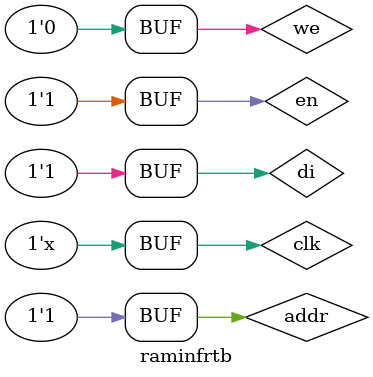
<source format=v>
module raminfrtb;
reg clk;
reg we;
reg en;
reg addr;
reg di;
wire do;
  raminfr uut(.clk(clk),.we(we),.en(en),.addr(addr),.di(di),.do(do));  
initial
begin
$dumpfile ("ram.vcd");
$dumpvars(0,raminfrtb);
end
initial
begin
#5 we =1'b0;
#5 en=1'b1;
#5 di =4'b1111;
# 6 addr =5'b11111; 
end 
always #5 clk=~clk;
endmodule

</source>
